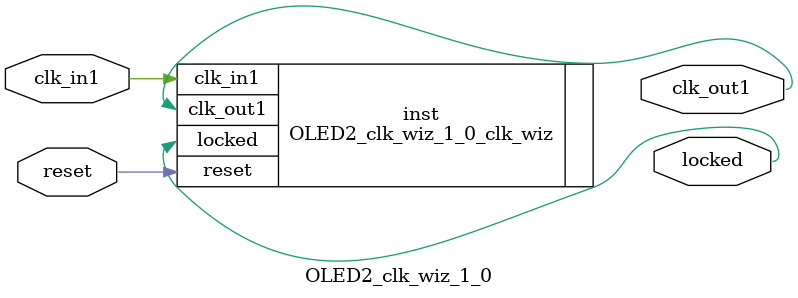
<source format=v>


`timescale 1ps/1ps

(* CORE_GENERATION_INFO = "OLED2_clk_wiz_1_0,clk_wiz_v6_0_1_0_0,{component_name=OLED2_clk_wiz_1_0,use_phase_alignment=true,use_min_o_jitter=false,use_max_i_jitter=false,use_dyn_phase_shift=false,use_inclk_switchover=false,use_dyn_reconfig=false,enable_axi=0,feedback_source=FDBK_AUTO,PRIMITIVE=MMCM,num_out_clk=1,clkin1_period=10.000,clkin2_period=10.000,use_power_down=false,use_reset=true,use_locked=true,use_inclk_stopped=false,feedback_type=SINGLE,CLOCK_MGR_TYPE=NA,manual_override=false}" *)

module OLED2_clk_wiz_1_0 
 (
  // Clock out ports
  output        clk_out1,
  // Status and control signals
  input         reset,
  output        locked,
 // Clock in ports
  input         clk_in1
 );

  OLED2_clk_wiz_1_0_clk_wiz inst
  (
  // Clock out ports  
  .clk_out1(clk_out1),
  // Status and control signals               
  .reset(reset), 
  .locked(locked),
 // Clock in ports
  .clk_in1(clk_in1)
  );

endmodule

</source>
